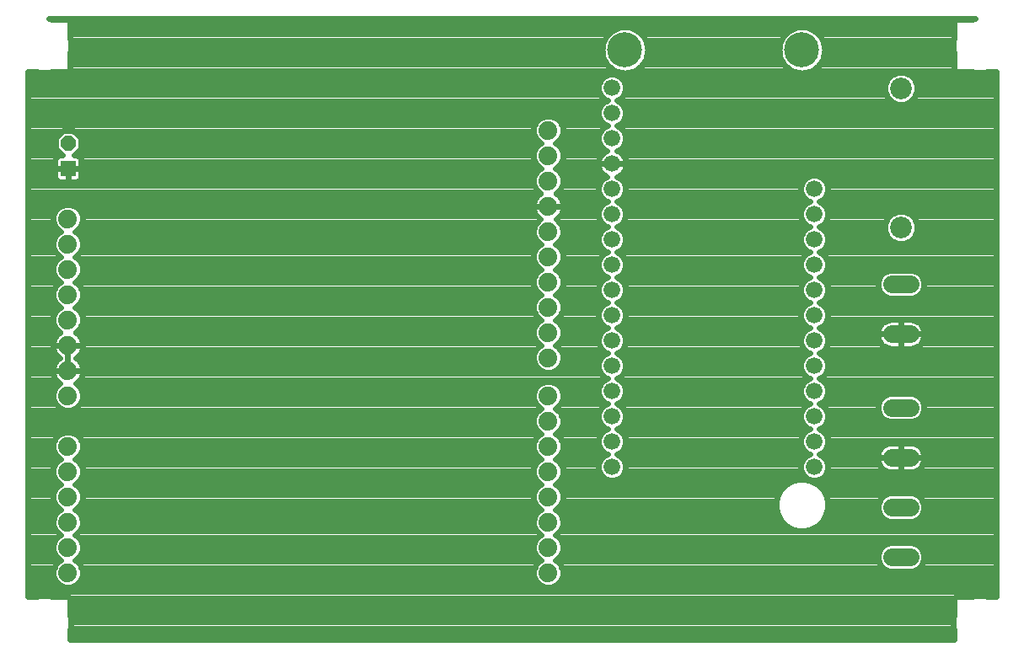
<source format=gbl>
G75*
%MOIN*%
%OFA0B0*%
%FSLAX25Y25*%
%IPPOS*%
%LPD*%
%AMOC8*
5,1,8,0,0,1.08239X$1,22.5*
%
%ADD10C,0.13843*%
%ADD11C,0.06600*%
%ADD12C,0.07400*%
%ADD13C,0.07050*%
%ADD14R,0.06000X0.06000*%
%ADD15OC8,0.06000*%
%ADD16C,0.08600*%
%ADD17C,0.02400*%
%ADD18C,0.01000*%
D10*
X0243657Y0240586D03*
X0313657Y0240586D03*
D11*
X0318657Y0185586D03*
X0318657Y0175586D03*
X0318657Y0165586D03*
X0318657Y0155586D03*
X0318657Y0145586D03*
X0318657Y0135586D03*
X0318657Y0125586D03*
X0318657Y0115586D03*
X0318657Y0105586D03*
X0318657Y0095586D03*
X0318657Y0085586D03*
X0318657Y0075586D03*
X0238657Y0075586D03*
X0238657Y0085586D03*
X0238657Y0095586D03*
X0238657Y0105586D03*
X0238657Y0115586D03*
X0238657Y0125586D03*
X0238657Y0135586D03*
X0238657Y0145586D03*
X0238657Y0155586D03*
X0238657Y0165586D03*
X0238657Y0175586D03*
X0238657Y0185586D03*
X0238657Y0195586D03*
X0238657Y0205586D03*
X0238657Y0215586D03*
X0238657Y0225586D03*
D12*
X0213381Y0208735D03*
X0213381Y0198735D03*
X0213381Y0188735D03*
X0213381Y0178735D03*
X0213381Y0168735D03*
X0213381Y0158735D03*
X0213381Y0148735D03*
X0213381Y0138735D03*
X0213381Y0128735D03*
X0213381Y0118735D03*
X0213381Y0103735D03*
X0213381Y0093735D03*
X0213381Y0083735D03*
X0213381Y0073735D03*
X0213381Y0063735D03*
X0213381Y0053735D03*
X0213381Y0043735D03*
X0213381Y0033735D03*
X0023381Y0033735D03*
X0023381Y0043735D03*
X0023381Y0053735D03*
X0023381Y0063735D03*
X0023381Y0073735D03*
X0023381Y0083735D03*
X0023381Y0103735D03*
X0023381Y0113735D03*
X0023381Y0123735D03*
X0023381Y0133735D03*
X0023381Y0143735D03*
X0023381Y0153735D03*
X0023381Y0163735D03*
X0023381Y0173735D03*
D13*
X0349344Y0147869D02*
X0356394Y0147869D01*
X0356394Y0128184D02*
X0349344Y0128184D01*
X0349344Y0099050D02*
X0356394Y0099050D01*
X0356394Y0079365D02*
X0349344Y0079365D01*
X0349344Y0059680D02*
X0356394Y0059680D01*
X0356394Y0039995D02*
X0349344Y0039995D01*
D14*
X0023460Y0193657D03*
D15*
X0023460Y0203657D03*
D16*
X0352889Y0225428D03*
X0352889Y0170310D03*
D17*
X0373890Y0007400D02*
X0024211Y0007400D01*
X0024211Y0010736D01*
X0024711Y0012602D01*
X0024711Y0015420D01*
X0024211Y0017286D01*
X0024211Y0023508D01*
X0023508Y0024211D01*
X0017286Y0024211D01*
X0015420Y0024711D01*
X0012602Y0024711D01*
X0010736Y0024211D01*
X0007400Y0024211D01*
X0007400Y0232157D01*
X0010736Y0232157D01*
X0012602Y0231657D01*
X0015420Y0231657D01*
X0017286Y0232157D01*
X0023508Y0232157D01*
X0024211Y0232860D01*
X0024211Y0239083D01*
X0024711Y0240949D01*
X0024711Y0243766D01*
X0024211Y0245632D01*
X0024211Y0251855D01*
X0023508Y0252557D01*
X0017286Y0252557D01*
X0015987Y0252906D01*
X0382114Y0252906D01*
X0380815Y0252557D01*
X0374593Y0252557D01*
X0373890Y0251855D01*
X0373890Y0245632D01*
X0373390Y0243766D01*
X0373390Y0240949D01*
X0373890Y0239083D01*
X0373890Y0232860D01*
X0374593Y0232157D01*
X0380815Y0232157D01*
X0382681Y0231657D01*
X0385498Y0231657D01*
X0387364Y0232157D01*
X0390701Y0232157D01*
X0390701Y0024211D01*
X0387364Y0024211D01*
X0385498Y0024711D01*
X0382681Y0024711D01*
X0380815Y0024211D01*
X0374593Y0024211D01*
X0373890Y0023508D01*
X0373890Y0017286D01*
X0373390Y0015420D01*
X0373390Y0012602D01*
X0373890Y0010736D01*
X0373890Y0007400D01*
X0373890Y0009396D02*
X0024211Y0009396D01*
X0024494Y0011794D02*
X0373606Y0011794D01*
X0373390Y0014193D02*
X0024711Y0014193D01*
X0024397Y0016591D02*
X0373704Y0016591D01*
X0373890Y0018990D02*
X0024211Y0018990D01*
X0024211Y0021388D02*
X0373890Y0021388D01*
X0374168Y0023787D02*
X0023932Y0023787D01*
X0024515Y0028035D02*
X0022247Y0028035D01*
X0020152Y0028903D01*
X0018549Y0030507D01*
X0017681Y0032602D01*
X0017681Y0034869D01*
X0018549Y0036964D01*
X0020152Y0038568D01*
X0020557Y0038735D01*
X0020152Y0038903D01*
X0018549Y0040507D01*
X0017681Y0042602D01*
X0017681Y0044869D01*
X0018549Y0046964D01*
X0020152Y0048568D01*
X0020557Y0048735D01*
X0020152Y0048903D01*
X0018549Y0050507D01*
X0017681Y0052602D01*
X0017681Y0054869D01*
X0018549Y0056964D01*
X0020152Y0058568D01*
X0020557Y0058735D01*
X0020152Y0058903D01*
X0018549Y0060507D01*
X0017681Y0062602D01*
X0017681Y0064869D01*
X0018549Y0066964D01*
X0020152Y0068568D01*
X0020557Y0068735D01*
X0020152Y0068903D01*
X0018549Y0070507D01*
X0017681Y0072602D01*
X0017681Y0074869D01*
X0018549Y0076964D01*
X0020152Y0078568D01*
X0020557Y0078735D01*
X0020152Y0078903D01*
X0018549Y0080507D01*
X0017681Y0082602D01*
X0017681Y0084869D01*
X0018549Y0086964D01*
X0020152Y0088568D01*
X0022247Y0089435D01*
X0024515Y0089435D01*
X0026610Y0088568D01*
X0028213Y0086964D01*
X0029081Y0084869D01*
X0029081Y0082602D01*
X0028213Y0080507D01*
X0026610Y0078903D01*
X0026205Y0078735D01*
X0026610Y0078568D01*
X0028213Y0076964D01*
X0029081Y0074869D01*
X0029081Y0072602D01*
X0028213Y0070507D01*
X0026610Y0068903D01*
X0026205Y0068735D01*
X0026610Y0068568D01*
X0028213Y0066964D01*
X0029081Y0064869D01*
X0029081Y0062602D01*
X0028213Y0060507D01*
X0026610Y0058903D01*
X0026205Y0058735D01*
X0026610Y0058568D01*
X0028213Y0056964D01*
X0029081Y0054869D01*
X0029081Y0052602D01*
X0028213Y0050507D01*
X0026610Y0048903D01*
X0026205Y0048735D01*
X0026610Y0048568D01*
X0028213Y0046964D01*
X0029081Y0044869D01*
X0029081Y0042602D01*
X0028213Y0040507D01*
X0026610Y0038903D01*
X0026205Y0038735D01*
X0026610Y0038568D01*
X0028213Y0036964D01*
X0029081Y0034869D01*
X0029081Y0032602D01*
X0028213Y0030507D01*
X0026610Y0028903D01*
X0024515Y0028035D01*
X0025838Y0028584D02*
X0210924Y0028584D01*
X0210152Y0028903D02*
X0212247Y0028035D01*
X0214515Y0028035D01*
X0216610Y0028903D01*
X0218213Y0030507D01*
X0219081Y0032602D01*
X0219081Y0034869D01*
X0218213Y0036964D01*
X0216610Y0038568D01*
X0216205Y0038735D01*
X0216610Y0038903D01*
X0218213Y0040507D01*
X0219081Y0042602D01*
X0219081Y0044869D01*
X0218213Y0046964D01*
X0216610Y0048568D01*
X0216205Y0048735D01*
X0216610Y0048903D01*
X0218213Y0050507D01*
X0219081Y0052602D01*
X0219081Y0054869D01*
X0218213Y0056964D01*
X0216610Y0058568D01*
X0216205Y0058735D01*
X0216610Y0058903D01*
X0218213Y0060507D01*
X0219081Y0062602D01*
X0219081Y0064869D01*
X0218213Y0066964D01*
X0216610Y0068568D01*
X0216205Y0068735D01*
X0216610Y0068903D01*
X0218213Y0070507D01*
X0219081Y0072602D01*
X0219081Y0074869D01*
X0218213Y0076964D01*
X0216610Y0078568D01*
X0216205Y0078735D01*
X0216610Y0078903D01*
X0218213Y0080507D01*
X0219081Y0082602D01*
X0219081Y0084869D01*
X0218213Y0086964D01*
X0216610Y0088568D01*
X0216205Y0088735D01*
X0216610Y0088903D01*
X0218213Y0090507D01*
X0219081Y0092602D01*
X0219081Y0094869D01*
X0218213Y0096964D01*
X0216610Y0098568D01*
X0216205Y0098735D01*
X0216610Y0098903D01*
X0218213Y0100507D01*
X0219081Y0102602D01*
X0219081Y0104869D01*
X0218213Y0106964D01*
X0216610Y0108568D01*
X0214515Y0109435D01*
X0212247Y0109435D01*
X0210152Y0108568D01*
X0208549Y0106964D01*
X0207681Y0104869D01*
X0207681Y0102602D01*
X0208549Y0100507D01*
X0210152Y0098903D01*
X0210557Y0098735D01*
X0210152Y0098568D01*
X0208549Y0096964D01*
X0207681Y0094869D01*
X0207681Y0092602D01*
X0208549Y0090507D01*
X0210152Y0088903D01*
X0210557Y0088735D01*
X0210152Y0088568D01*
X0208549Y0086964D01*
X0207681Y0084869D01*
X0207681Y0082602D01*
X0208549Y0080507D01*
X0210152Y0078903D01*
X0210557Y0078735D01*
X0210152Y0078568D01*
X0208549Y0076964D01*
X0207681Y0074869D01*
X0207681Y0072602D01*
X0208549Y0070507D01*
X0210152Y0068903D01*
X0210557Y0068735D01*
X0210152Y0068568D01*
X0208549Y0066964D01*
X0207681Y0064869D01*
X0207681Y0062602D01*
X0208549Y0060507D01*
X0210152Y0058903D01*
X0210557Y0058735D01*
X0210152Y0058568D01*
X0208549Y0056964D01*
X0207681Y0054869D01*
X0207681Y0052602D01*
X0208549Y0050507D01*
X0210152Y0048903D01*
X0210557Y0048735D01*
X0210152Y0048568D01*
X0208549Y0046964D01*
X0207681Y0044869D01*
X0207681Y0042602D01*
X0208549Y0040507D01*
X0210152Y0038903D01*
X0210557Y0038735D01*
X0210152Y0038568D01*
X0208549Y0036964D01*
X0207681Y0034869D01*
X0207681Y0032602D01*
X0208549Y0030507D01*
X0210152Y0028903D01*
X0208352Y0030982D02*
X0028410Y0030982D01*
X0029081Y0033381D02*
X0207681Y0033381D01*
X0208058Y0035779D02*
X0028704Y0035779D01*
X0027000Y0038178D02*
X0209762Y0038178D01*
X0208520Y0040576D02*
X0028242Y0040576D01*
X0029081Y0042975D02*
X0207681Y0042975D01*
X0207890Y0045373D02*
X0028872Y0045373D01*
X0027406Y0047772D02*
X0209356Y0047772D01*
X0208885Y0050170D02*
X0027877Y0050170D01*
X0029067Y0052569D02*
X0207695Y0052569D01*
X0207722Y0054967D02*
X0029040Y0054967D01*
X0027812Y0057366D02*
X0208950Y0057366D01*
X0209291Y0059764D02*
X0027471Y0059764D01*
X0028899Y0062163D02*
X0207863Y0062163D01*
X0207681Y0064561D02*
X0029081Y0064561D01*
X0028215Y0066960D02*
X0208547Y0066960D01*
X0209697Y0069358D02*
X0027065Y0069358D01*
X0028731Y0071757D02*
X0208031Y0071757D01*
X0207681Y0074155D02*
X0029081Y0074155D01*
X0028383Y0076554D02*
X0208379Y0076554D01*
X0210103Y0078952D02*
X0026659Y0078952D01*
X0028563Y0081351D02*
X0208199Y0081351D01*
X0207681Y0083749D02*
X0029081Y0083749D01*
X0028551Y0086148D02*
X0208211Y0086148D01*
X0210131Y0088546D02*
X0026631Y0088546D01*
X0020131Y0088546D02*
X0007400Y0088546D01*
X0007400Y0086148D02*
X0018211Y0086148D01*
X0017681Y0083749D02*
X0007400Y0083749D01*
X0007400Y0081351D02*
X0018199Y0081351D01*
X0020103Y0078952D02*
X0007400Y0078952D01*
X0007400Y0076554D02*
X0018379Y0076554D01*
X0017681Y0074155D02*
X0007400Y0074155D01*
X0007400Y0071757D02*
X0018031Y0071757D01*
X0019697Y0069358D02*
X0007400Y0069358D01*
X0007400Y0066960D02*
X0018547Y0066960D01*
X0017681Y0064561D02*
X0007400Y0064561D01*
X0007400Y0062163D02*
X0017863Y0062163D01*
X0019291Y0059764D02*
X0007400Y0059764D01*
X0007400Y0057366D02*
X0018950Y0057366D01*
X0017722Y0054967D02*
X0007400Y0054967D01*
X0007400Y0052569D02*
X0017695Y0052569D01*
X0018885Y0050170D02*
X0007400Y0050170D01*
X0007400Y0047772D02*
X0019356Y0047772D01*
X0017890Y0045373D02*
X0007400Y0045373D01*
X0007400Y0042975D02*
X0017681Y0042975D01*
X0018520Y0040576D02*
X0007400Y0040576D01*
X0007400Y0038178D02*
X0019762Y0038178D01*
X0018058Y0035779D02*
X0007400Y0035779D01*
X0007400Y0033381D02*
X0017681Y0033381D01*
X0018352Y0030982D02*
X0007400Y0030982D01*
X0007400Y0028584D02*
X0020924Y0028584D01*
X0007400Y0026185D02*
X0390701Y0026185D01*
X0390701Y0028584D02*
X0215838Y0028584D01*
X0218410Y0030982D02*
X0390701Y0030982D01*
X0390701Y0033381D02*
X0219081Y0033381D01*
X0218704Y0035779D02*
X0345747Y0035779D01*
X0346215Y0035311D02*
X0348245Y0034470D01*
X0357493Y0034470D01*
X0359524Y0035311D01*
X0361078Y0036866D01*
X0361919Y0038896D01*
X0361919Y0041094D01*
X0361078Y0043125D01*
X0359524Y0044679D01*
X0357493Y0045520D01*
X0348245Y0045520D01*
X0346215Y0044679D01*
X0344660Y0043125D01*
X0343819Y0041094D01*
X0343819Y0038896D01*
X0344660Y0036866D01*
X0346215Y0035311D01*
X0344117Y0038178D02*
X0217000Y0038178D01*
X0218242Y0040576D02*
X0343819Y0040576D01*
X0344598Y0042975D02*
X0219081Y0042975D01*
X0218872Y0045373D02*
X0347890Y0045373D01*
X0357848Y0045373D02*
X0390701Y0045373D01*
X0390701Y0042975D02*
X0361140Y0042975D01*
X0361919Y0040576D02*
X0390701Y0040576D01*
X0390701Y0038178D02*
X0361622Y0038178D01*
X0359992Y0035779D02*
X0390701Y0035779D01*
X0390701Y0047772D02*
X0217406Y0047772D01*
X0217877Y0050170D02*
X0390701Y0050170D01*
X0390701Y0052569D02*
X0320065Y0052569D01*
X0319920Y0052424D02*
X0321819Y0054323D01*
X0323162Y0056649D01*
X0323857Y0059243D01*
X0323857Y0061929D01*
X0323162Y0064523D01*
X0321819Y0066849D01*
X0319920Y0068748D01*
X0317594Y0070091D01*
X0315000Y0070786D01*
X0312314Y0070786D01*
X0309720Y0070091D01*
X0307394Y0068748D01*
X0305495Y0066849D01*
X0304152Y0064523D01*
X0303457Y0061929D01*
X0303457Y0059243D01*
X0304152Y0056649D01*
X0305495Y0054323D01*
X0307394Y0052424D01*
X0309720Y0051081D01*
X0312314Y0050386D01*
X0315000Y0050386D01*
X0317594Y0051081D01*
X0319920Y0052424D01*
X0322191Y0054967D02*
X0346285Y0054967D01*
X0346215Y0054996D02*
X0348245Y0054155D01*
X0357493Y0054155D01*
X0359524Y0054996D01*
X0361078Y0056551D01*
X0361919Y0058581D01*
X0361919Y0060779D01*
X0361078Y0062810D01*
X0359524Y0064364D01*
X0357493Y0065205D01*
X0348245Y0065205D01*
X0346215Y0064364D01*
X0344660Y0062810D01*
X0343819Y0060779D01*
X0343819Y0058581D01*
X0344660Y0056551D01*
X0346215Y0054996D01*
X0344323Y0057366D02*
X0323354Y0057366D01*
X0323857Y0059764D02*
X0343819Y0059764D01*
X0344392Y0062163D02*
X0323794Y0062163D01*
X0323139Y0064561D02*
X0346691Y0064561D01*
X0348004Y0073781D02*
X0348894Y0073640D01*
X0352869Y0073640D01*
X0352869Y0079365D01*
X0352869Y0079365D01*
X0343619Y0079365D01*
X0343619Y0078915D01*
X0343760Y0078025D01*
X0344039Y0077168D01*
X0344448Y0076365D01*
X0344977Y0075636D01*
X0345615Y0074999D01*
X0346344Y0074469D01*
X0347147Y0074060D01*
X0348004Y0073781D01*
X0346959Y0074155D02*
X0323801Y0074155D01*
X0323957Y0074532D02*
X0323957Y0076640D01*
X0323150Y0078588D01*
X0321659Y0080079D01*
X0320435Y0080586D01*
X0321659Y0081093D01*
X0323150Y0082584D01*
X0323957Y0084532D01*
X0323957Y0086640D01*
X0323150Y0088588D01*
X0321659Y0090079D01*
X0320435Y0090586D01*
X0321659Y0091093D01*
X0323150Y0092584D01*
X0323957Y0094532D01*
X0323957Y0096640D01*
X0323150Y0098588D01*
X0321659Y0100079D01*
X0320435Y0100586D01*
X0321659Y0101093D01*
X0323150Y0102584D01*
X0323957Y0104532D01*
X0323957Y0106640D01*
X0323150Y0108588D01*
X0321659Y0110079D01*
X0320435Y0110586D01*
X0321659Y0111093D01*
X0323150Y0112584D01*
X0323957Y0114532D01*
X0323957Y0116640D01*
X0323150Y0118588D01*
X0321659Y0120079D01*
X0320435Y0120586D01*
X0321659Y0121093D01*
X0323150Y0122584D01*
X0323957Y0124532D01*
X0323957Y0126640D01*
X0323150Y0128588D01*
X0321659Y0130079D01*
X0320435Y0130586D01*
X0321659Y0131093D01*
X0323150Y0132584D01*
X0323957Y0134532D01*
X0323957Y0136640D01*
X0323150Y0138588D01*
X0321659Y0140079D01*
X0320435Y0140586D01*
X0321659Y0141093D01*
X0323150Y0142584D01*
X0323957Y0144532D01*
X0323957Y0146640D01*
X0323150Y0148588D01*
X0321659Y0150079D01*
X0320435Y0150586D01*
X0321659Y0151093D01*
X0323150Y0152584D01*
X0323957Y0154532D01*
X0323957Y0156640D01*
X0323150Y0158588D01*
X0321659Y0160079D01*
X0320435Y0160586D01*
X0321659Y0161093D01*
X0323150Y0162584D01*
X0323957Y0164532D01*
X0323957Y0166640D01*
X0323150Y0168588D01*
X0321659Y0170079D01*
X0320435Y0170586D01*
X0321659Y0171093D01*
X0323150Y0172584D01*
X0323957Y0174532D01*
X0323957Y0176640D01*
X0323150Y0178588D01*
X0321659Y0180079D01*
X0320435Y0180586D01*
X0321659Y0181093D01*
X0323150Y0182584D01*
X0323957Y0184532D01*
X0323957Y0186640D01*
X0323150Y0188588D01*
X0321659Y0190079D01*
X0319711Y0190886D01*
X0317602Y0190886D01*
X0315654Y0190079D01*
X0314164Y0188588D01*
X0313357Y0186640D01*
X0313357Y0184532D01*
X0314164Y0182584D01*
X0315654Y0181093D01*
X0316878Y0180586D01*
X0315654Y0180079D01*
X0314164Y0178588D01*
X0313357Y0176640D01*
X0313357Y0174532D01*
X0314164Y0172584D01*
X0315654Y0171093D01*
X0316878Y0170586D01*
X0315654Y0170079D01*
X0314164Y0168588D01*
X0313357Y0166640D01*
X0313357Y0164532D01*
X0314164Y0162584D01*
X0315654Y0161093D01*
X0316878Y0160586D01*
X0315654Y0160079D01*
X0314164Y0158588D01*
X0313357Y0156640D01*
X0313357Y0154532D01*
X0314164Y0152584D01*
X0315654Y0151093D01*
X0316878Y0150586D01*
X0315654Y0150079D01*
X0314164Y0148588D01*
X0313357Y0146640D01*
X0313357Y0144532D01*
X0314164Y0142584D01*
X0315654Y0141093D01*
X0316878Y0140586D01*
X0315654Y0140079D01*
X0314164Y0138588D01*
X0313357Y0136640D01*
X0313357Y0134532D01*
X0314164Y0132584D01*
X0315654Y0131093D01*
X0316878Y0130586D01*
X0315654Y0130079D01*
X0314164Y0128588D01*
X0313357Y0126640D01*
X0313357Y0124532D01*
X0314164Y0122584D01*
X0315654Y0121093D01*
X0316878Y0120586D01*
X0315654Y0120079D01*
X0314164Y0118588D01*
X0313357Y0116640D01*
X0313357Y0114532D01*
X0314164Y0112584D01*
X0315654Y0111093D01*
X0316878Y0110586D01*
X0315654Y0110079D01*
X0314164Y0108588D01*
X0313357Y0106640D01*
X0313357Y0104532D01*
X0314164Y0102584D01*
X0315654Y0101093D01*
X0316878Y0100586D01*
X0315654Y0100079D01*
X0314164Y0098588D01*
X0313357Y0096640D01*
X0313357Y0094532D01*
X0314164Y0092584D01*
X0315654Y0091093D01*
X0316878Y0090586D01*
X0315654Y0090079D01*
X0314164Y0088588D01*
X0313357Y0086640D01*
X0313357Y0084532D01*
X0314164Y0082584D01*
X0315654Y0081093D01*
X0316878Y0080586D01*
X0315654Y0080079D01*
X0314164Y0078588D01*
X0313357Y0076640D01*
X0313357Y0074532D01*
X0314164Y0072584D01*
X0315654Y0071093D01*
X0317602Y0070286D01*
X0319711Y0070286D01*
X0321659Y0071093D01*
X0323150Y0072584D01*
X0323957Y0074532D01*
X0323957Y0076554D02*
X0344352Y0076554D01*
X0343619Y0078952D02*
X0322785Y0078952D01*
X0321917Y0081351D02*
X0343970Y0081351D01*
X0344039Y0081563D02*
X0343760Y0080706D01*
X0343619Y0079816D01*
X0343619Y0079365D01*
X0352869Y0079365D01*
X0352869Y0079365D01*
X0352869Y0073640D01*
X0356845Y0073640D01*
X0357735Y0073781D01*
X0358592Y0074060D01*
X0359395Y0074469D01*
X0360124Y0074999D01*
X0360761Y0075636D01*
X0361291Y0076365D01*
X0361700Y0077168D01*
X0361978Y0078025D01*
X0362119Y0078915D01*
X0362119Y0079365D01*
X0352869Y0079365D01*
X0352869Y0079365D01*
X0352869Y0085090D01*
X0348894Y0085090D01*
X0348004Y0084949D01*
X0347147Y0084671D01*
X0346344Y0084262D01*
X0345615Y0083732D01*
X0344977Y0083095D01*
X0344448Y0082366D01*
X0344039Y0081563D01*
X0345638Y0083749D02*
X0323633Y0083749D01*
X0323957Y0086148D02*
X0390701Y0086148D01*
X0390701Y0088546D02*
X0323167Y0088546D01*
X0321302Y0090945D02*
X0390701Y0090945D01*
X0390701Y0093343D02*
X0323465Y0093343D01*
X0323957Y0095742D02*
X0344839Y0095742D01*
X0344660Y0095921D02*
X0346215Y0094367D01*
X0348245Y0093525D01*
X0357493Y0093525D01*
X0359524Y0094367D01*
X0361078Y0095921D01*
X0361919Y0097951D01*
X0361919Y0100149D01*
X0361078Y0102180D01*
X0359524Y0103734D01*
X0357493Y0104575D01*
X0348245Y0104575D01*
X0346215Y0103734D01*
X0344660Y0102180D01*
X0343819Y0100149D01*
X0343819Y0097951D01*
X0344660Y0095921D01*
X0343819Y0098140D02*
X0323335Y0098140D01*
X0320548Y0100539D02*
X0343981Y0100539D01*
X0345418Y0102937D02*
X0323296Y0102937D01*
X0323957Y0105336D02*
X0390701Y0105336D01*
X0390701Y0107734D02*
X0323503Y0107734D01*
X0321528Y0110133D02*
X0390701Y0110133D01*
X0390701Y0112532D02*
X0323098Y0112532D01*
X0323957Y0114930D02*
X0390701Y0114930D01*
X0390701Y0117329D02*
X0323672Y0117329D01*
X0322011Y0119727D02*
X0390701Y0119727D01*
X0390701Y0122126D02*
X0322692Y0122126D01*
X0323954Y0124524D02*
X0344927Y0124524D01*
X0344977Y0124455D02*
X0344448Y0125184D01*
X0344039Y0125987D01*
X0343760Y0126844D01*
X0343619Y0127734D01*
X0343619Y0128184D01*
X0352869Y0128184D01*
X0352869Y0128184D01*
X0352869Y0128184D01*
X0352869Y0122459D01*
X0348894Y0122459D01*
X0348004Y0122600D01*
X0347147Y0122879D01*
X0346344Y0123288D01*
X0345615Y0123817D01*
X0344977Y0124455D01*
X0343748Y0126923D02*
X0323840Y0126923D01*
X0322417Y0129321D02*
X0343728Y0129321D01*
X0343760Y0129525D02*
X0343619Y0128635D01*
X0343619Y0128184D01*
X0352869Y0128184D01*
X0352869Y0122459D01*
X0356845Y0122459D01*
X0357735Y0122600D01*
X0358592Y0122879D01*
X0359395Y0123288D01*
X0360124Y0123817D01*
X0360761Y0124455D01*
X0361291Y0125184D01*
X0361700Y0125987D01*
X0361978Y0126844D01*
X0362119Y0127734D01*
X0362119Y0128184D01*
X0352869Y0128184D01*
X0352869Y0133909D01*
X0348894Y0133909D01*
X0348004Y0133768D01*
X0347147Y0133490D01*
X0346344Y0133081D01*
X0345615Y0132551D01*
X0344977Y0131914D01*
X0344448Y0131185D01*
X0344039Y0130382D01*
X0343760Y0129525D01*
X0344836Y0131720D02*
X0322286Y0131720D01*
X0323785Y0134118D02*
X0390701Y0134118D01*
X0390701Y0131720D02*
X0360902Y0131720D01*
X0360761Y0131914D02*
X0360124Y0132551D01*
X0359395Y0133081D01*
X0358592Y0133490D01*
X0357735Y0133768D01*
X0356845Y0133909D01*
X0352869Y0133909D01*
X0352869Y0128184D01*
X0352869Y0128184D01*
X0352869Y0128184D01*
X0362119Y0128184D01*
X0362119Y0128635D01*
X0361978Y0129525D01*
X0361700Y0130382D01*
X0361291Y0131185D01*
X0360761Y0131914D01*
X0362011Y0129321D02*
X0390701Y0129321D01*
X0390701Y0126923D02*
X0361991Y0126923D01*
X0360812Y0124524D02*
X0390701Y0124524D01*
X0390701Y0136517D02*
X0323957Y0136517D01*
X0322823Y0138915D02*
X0390701Y0138915D01*
X0390701Y0141314D02*
X0321880Y0141314D01*
X0323617Y0143712D02*
X0345688Y0143712D01*
X0346215Y0143185D02*
X0348245Y0142344D01*
X0357493Y0142344D01*
X0359524Y0143185D01*
X0361078Y0144740D01*
X0361919Y0146770D01*
X0361919Y0148968D01*
X0361078Y0150999D01*
X0359524Y0152553D01*
X0357493Y0153394D01*
X0348245Y0153394D01*
X0346215Y0152553D01*
X0344660Y0150999D01*
X0343819Y0148968D01*
X0343819Y0146770D01*
X0344660Y0144740D01*
X0346215Y0143185D01*
X0344093Y0146111D02*
X0323957Y0146111D01*
X0323182Y0148509D02*
X0343819Y0148509D01*
X0344623Y0150908D02*
X0321212Y0150908D01*
X0323449Y0153306D02*
X0348033Y0153306D01*
X0357706Y0153306D02*
X0390701Y0153306D01*
X0390701Y0150908D02*
X0361116Y0150908D01*
X0361919Y0148509D02*
X0390701Y0148509D01*
X0390701Y0146111D02*
X0361646Y0146111D01*
X0360051Y0143712D02*
X0390701Y0143712D01*
X0390701Y0155705D02*
X0323957Y0155705D01*
X0323351Y0158103D02*
X0390701Y0158103D01*
X0390701Y0160502D02*
X0320638Y0160502D01*
X0323281Y0162900D02*
X0390701Y0162900D01*
X0390701Y0165299D02*
X0356787Y0165299D01*
X0356458Y0164969D02*
X0358230Y0166742D01*
X0359189Y0169057D01*
X0359189Y0171563D01*
X0358230Y0173879D01*
X0356458Y0175651D01*
X0354142Y0176610D01*
X0351636Y0176610D01*
X0349320Y0175651D01*
X0347548Y0173879D01*
X0346589Y0171563D01*
X0346589Y0169057D01*
X0347548Y0166742D01*
X0349320Y0164969D01*
X0351636Y0164010D01*
X0354142Y0164010D01*
X0356458Y0164969D01*
X0358626Y0167697D02*
X0390701Y0167697D01*
X0390701Y0170096D02*
X0359189Y0170096D01*
X0358803Y0172494D02*
X0390701Y0172494D01*
X0390701Y0174893D02*
X0357216Y0174893D01*
X0348562Y0174893D02*
X0323957Y0174893D01*
X0323687Y0177291D02*
X0390701Y0177291D01*
X0390701Y0179690D02*
X0322048Y0179690D01*
X0322655Y0182088D02*
X0390701Y0182088D01*
X0390701Y0184487D02*
X0323938Y0184487D01*
X0323855Y0186885D02*
X0390701Y0186885D01*
X0390701Y0189284D02*
X0322454Y0189284D01*
X0314859Y0189284D02*
X0242454Y0189284D01*
X0243150Y0188588D02*
X0241659Y0190079D01*
X0240713Y0190471D01*
X0240768Y0190489D01*
X0241539Y0190882D01*
X0242240Y0191391D01*
X0242852Y0192003D01*
X0243361Y0192703D01*
X0243754Y0193475D01*
X0244021Y0194298D01*
X0244157Y0195153D01*
X0244157Y0195586D01*
X0244157Y0196019D01*
X0244021Y0196874D01*
X0243754Y0197697D01*
X0243361Y0198468D01*
X0242852Y0199169D01*
X0242240Y0199781D01*
X0241539Y0200290D01*
X0240768Y0200683D01*
X0240713Y0200701D01*
X0241659Y0201093D01*
X0243150Y0202584D01*
X0243957Y0204532D01*
X0243957Y0206640D01*
X0243150Y0208588D01*
X0241659Y0210079D01*
X0240435Y0210586D01*
X0241659Y0211093D01*
X0243150Y0212584D01*
X0243957Y0214532D01*
X0243957Y0216640D01*
X0243150Y0218588D01*
X0241659Y0220079D01*
X0240435Y0220586D01*
X0241659Y0221093D01*
X0243150Y0222584D01*
X0243957Y0224532D01*
X0243957Y0226640D01*
X0243150Y0228588D01*
X0241659Y0230079D01*
X0239711Y0230886D01*
X0237602Y0230886D01*
X0235654Y0230079D01*
X0234164Y0228588D01*
X0233357Y0226640D01*
X0233357Y0224532D01*
X0234164Y0222584D01*
X0235654Y0221093D01*
X0236878Y0220586D01*
X0235654Y0220079D01*
X0234164Y0218588D01*
X0233357Y0216640D01*
X0233357Y0214532D01*
X0234164Y0212584D01*
X0235654Y0211093D01*
X0236878Y0210586D01*
X0235654Y0210079D01*
X0234164Y0208588D01*
X0233357Y0206640D01*
X0233357Y0204532D01*
X0234164Y0202584D01*
X0235654Y0201093D01*
X0236601Y0200701D01*
X0236545Y0200683D01*
X0235774Y0200290D01*
X0235074Y0199781D01*
X0234462Y0199169D01*
X0233953Y0198468D01*
X0233560Y0197697D01*
X0233292Y0196874D01*
X0233157Y0196019D01*
X0233157Y0195586D01*
X0238657Y0195586D01*
X0244157Y0195586D01*
X0238657Y0195586D01*
X0238657Y0195586D01*
X0238657Y0195586D01*
X0233157Y0195586D01*
X0233157Y0195153D01*
X0233292Y0194298D01*
X0233560Y0193475D01*
X0233953Y0192703D01*
X0234462Y0192003D01*
X0235074Y0191391D01*
X0235774Y0190882D01*
X0236545Y0190489D01*
X0236601Y0190471D01*
X0235654Y0190079D01*
X0234164Y0188588D01*
X0233357Y0186640D01*
X0233357Y0184532D01*
X0234164Y0182584D01*
X0235654Y0181093D01*
X0236878Y0180586D01*
X0235654Y0180079D01*
X0234164Y0178588D01*
X0233357Y0176640D01*
X0233357Y0174532D01*
X0234164Y0172584D01*
X0235654Y0171093D01*
X0236878Y0170586D01*
X0235654Y0170079D01*
X0234164Y0168588D01*
X0233357Y0166640D01*
X0233357Y0164532D01*
X0234164Y0162584D01*
X0235654Y0161093D01*
X0236878Y0160586D01*
X0235654Y0160079D01*
X0234164Y0158588D01*
X0233357Y0156640D01*
X0233357Y0154532D01*
X0234164Y0152584D01*
X0235654Y0151093D01*
X0236878Y0150586D01*
X0235654Y0150079D01*
X0234164Y0148588D01*
X0233357Y0146640D01*
X0233357Y0144532D01*
X0234164Y0142584D01*
X0235654Y0141093D01*
X0236878Y0140586D01*
X0235654Y0140079D01*
X0234164Y0138588D01*
X0233357Y0136640D01*
X0233357Y0134532D01*
X0234164Y0132584D01*
X0235654Y0131093D01*
X0236878Y0130586D01*
X0235654Y0130079D01*
X0234164Y0128588D01*
X0233357Y0126640D01*
X0233357Y0124532D01*
X0234164Y0122584D01*
X0235654Y0121093D01*
X0236878Y0120586D01*
X0235654Y0120079D01*
X0234164Y0118588D01*
X0233357Y0116640D01*
X0233357Y0114532D01*
X0234164Y0112584D01*
X0235654Y0111093D01*
X0236878Y0110586D01*
X0235654Y0110079D01*
X0234164Y0108588D01*
X0233357Y0106640D01*
X0233357Y0104532D01*
X0234164Y0102584D01*
X0235654Y0101093D01*
X0236878Y0100586D01*
X0235654Y0100079D01*
X0234164Y0098588D01*
X0233357Y0096640D01*
X0233357Y0094532D01*
X0234164Y0092584D01*
X0235654Y0091093D01*
X0236878Y0090586D01*
X0235654Y0090079D01*
X0234164Y0088588D01*
X0233357Y0086640D01*
X0233357Y0084532D01*
X0234164Y0082584D01*
X0235654Y0081093D01*
X0236878Y0080586D01*
X0235654Y0080079D01*
X0234164Y0078588D01*
X0233357Y0076640D01*
X0233357Y0074532D01*
X0234164Y0072584D01*
X0235654Y0071093D01*
X0237602Y0070286D01*
X0239711Y0070286D01*
X0241659Y0071093D01*
X0243150Y0072584D01*
X0243957Y0074532D01*
X0243957Y0076640D01*
X0243150Y0078588D01*
X0241659Y0080079D01*
X0240435Y0080586D01*
X0241659Y0081093D01*
X0243150Y0082584D01*
X0243957Y0084532D01*
X0243957Y0086640D01*
X0243150Y0088588D01*
X0241659Y0090079D01*
X0240435Y0090586D01*
X0241659Y0091093D01*
X0243150Y0092584D01*
X0243957Y0094532D01*
X0243957Y0096640D01*
X0243150Y0098588D01*
X0241659Y0100079D01*
X0240435Y0100586D01*
X0241659Y0101093D01*
X0243150Y0102584D01*
X0243957Y0104532D01*
X0243957Y0106640D01*
X0243150Y0108588D01*
X0241659Y0110079D01*
X0240435Y0110586D01*
X0241659Y0111093D01*
X0243150Y0112584D01*
X0243957Y0114532D01*
X0243957Y0116640D01*
X0243150Y0118588D01*
X0241659Y0120079D01*
X0240435Y0120586D01*
X0241659Y0121093D01*
X0243150Y0122584D01*
X0243957Y0124532D01*
X0243957Y0126640D01*
X0243150Y0128588D01*
X0241659Y0130079D01*
X0240435Y0130586D01*
X0241659Y0131093D01*
X0243150Y0132584D01*
X0243957Y0134532D01*
X0243957Y0136640D01*
X0243150Y0138588D01*
X0241659Y0140079D01*
X0240435Y0140586D01*
X0241659Y0141093D01*
X0243150Y0142584D01*
X0243957Y0144532D01*
X0243957Y0146640D01*
X0243150Y0148588D01*
X0241659Y0150079D01*
X0240435Y0150586D01*
X0241659Y0151093D01*
X0243150Y0152584D01*
X0243957Y0154532D01*
X0243957Y0156640D01*
X0243150Y0158588D01*
X0241659Y0160079D01*
X0240435Y0160586D01*
X0241659Y0161093D01*
X0243150Y0162584D01*
X0243957Y0164532D01*
X0243957Y0166640D01*
X0243150Y0168588D01*
X0241659Y0170079D01*
X0240435Y0170586D01*
X0241659Y0171093D01*
X0243150Y0172584D01*
X0243957Y0174532D01*
X0243957Y0176640D01*
X0243150Y0178588D01*
X0241659Y0180079D01*
X0240435Y0180586D01*
X0241659Y0181093D01*
X0243150Y0182584D01*
X0243957Y0184532D01*
X0243957Y0186640D01*
X0243150Y0188588D01*
X0243855Y0186885D02*
X0313458Y0186885D01*
X0313375Y0184487D02*
X0243938Y0184487D01*
X0242655Y0182088D02*
X0314659Y0182088D01*
X0315265Y0179690D02*
X0242048Y0179690D01*
X0243687Y0177291D02*
X0313626Y0177291D01*
X0313357Y0174893D02*
X0243957Y0174893D01*
X0243060Y0172494D02*
X0314253Y0172494D01*
X0315695Y0170096D02*
X0241618Y0170096D01*
X0243519Y0167697D02*
X0313795Y0167697D01*
X0313357Y0165299D02*
X0243957Y0165299D01*
X0243281Y0162900D02*
X0314032Y0162900D01*
X0316675Y0160502D02*
X0240638Y0160502D01*
X0243351Y0158103D02*
X0313963Y0158103D01*
X0313357Y0155705D02*
X0243957Y0155705D01*
X0243449Y0153306D02*
X0313864Y0153306D01*
X0316101Y0150908D02*
X0241212Y0150908D01*
X0243182Y0148509D02*
X0314131Y0148509D01*
X0313357Y0146111D02*
X0243957Y0146111D01*
X0243617Y0143712D02*
X0313696Y0143712D01*
X0315434Y0141314D02*
X0241880Y0141314D01*
X0242823Y0138915D02*
X0314491Y0138915D01*
X0313357Y0136517D02*
X0243957Y0136517D01*
X0243785Y0134118D02*
X0313528Y0134118D01*
X0315028Y0131720D02*
X0242286Y0131720D01*
X0242417Y0129321D02*
X0314897Y0129321D01*
X0313474Y0126923D02*
X0243840Y0126923D01*
X0243954Y0124524D02*
X0313360Y0124524D01*
X0314622Y0122126D02*
X0242692Y0122126D01*
X0242011Y0119727D02*
X0315303Y0119727D01*
X0313642Y0117329D02*
X0243672Y0117329D01*
X0243957Y0114930D02*
X0313357Y0114930D01*
X0314216Y0112532D02*
X0243098Y0112532D01*
X0241528Y0110133D02*
X0315785Y0110133D01*
X0313810Y0107734D02*
X0243503Y0107734D01*
X0243957Y0105336D02*
X0313357Y0105336D01*
X0314017Y0102937D02*
X0243296Y0102937D01*
X0240548Y0100539D02*
X0316765Y0100539D01*
X0313978Y0098140D02*
X0243335Y0098140D01*
X0243957Y0095742D02*
X0313357Y0095742D01*
X0313849Y0093343D02*
X0243465Y0093343D01*
X0241302Y0090945D02*
X0316011Y0090945D01*
X0314146Y0088546D02*
X0243167Y0088546D01*
X0243957Y0086148D02*
X0313357Y0086148D01*
X0313681Y0083749D02*
X0243633Y0083749D01*
X0241917Y0081351D02*
X0315396Y0081351D01*
X0314528Y0078952D02*
X0242785Y0078952D01*
X0243957Y0076554D02*
X0313357Y0076554D01*
X0313513Y0074155D02*
X0243801Y0074155D01*
X0242323Y0071757D02*
X0314990Y0071757D01*
X0318862Y0069358D02*
X0390701Y0069358D01*
X0390701Y0066960D02*
X0321708Y0066960D01*
X0322323Y0071757D02*
X0390701Y0071757D01*
X0390701Y0074155D02*
X0358779Y0074155D01*
X0361387Y0076554D02*
X0390701Y0076554D01*
X0390701Y0078952D02*
X0362119Y0078952D01*
X0362119Y0079365D02*
X0362119Y0079816D01*
X0361978Y0080706D01*
X0361700Y0081563D01*
X0361291Y0082366D01*
X0360761Y0083095D01*
X0360124Y0083732D01*
X0359395Y0084262D01*
X0358592Y0084671D01*
X0357735Y0084949D01*
X0356845Y0085090D01*
X0352869Y0085090D01*
X0352869Y0079365D01*
X0352869Y0079365D01*
X0362119Y0079365D01*
X0361769Y0081351D02*
X0390701Y0081351D01*
X0390701Y0083749D02*
X0360100Y0083749D01*
X0352869Y0083749D02*
X0352869Y0083749D01*
X0352869Y0081351D02*
X0352869Y0081351D01*
X0352869Y0078952D02*
X0352869Y0078952D01*
X0352869Y0076554D02*
X0352869Y0076554D01*
X0352869Y0074155D02*
X0352869Y0074155D01*
X0359048Y0064561D02*
X0390701Y0064561D01*
X0390701Y0062163D02*
X0361346Y0062163D01*
X0361919Y0059764D02*
X0390701Y0059764D01*
X0390701Y0057366D02*
X0361416Y0057366D01*
X0359453Y0054967D02*
X0390701Y0054967D01*
X0390701Y0095742D02*
X0360899Y0095742D01*
X0361919Y0098140D02*
X0390701Y0098140D01*
X0390701Y0100539D02*
X0361758Y0100539D01*
X0360321Y0102937D02*
X0390701Y0102937D01*
X0352869Y0124524D02*
X0352869Y0124524D01*
X0352869Y0126923D02*
X0352869Y0126923D01*
X0352869Y0129321D02*
X0352869Y0129321D01*
X0352869Y0131720D02*
X0352869Y0131720D01*
X0348991Y0165299D02*
X0323957Y0165299D01*
X0323519Y0167697D02*
X0347152Y0167697D01*
X0346589Y0170096D02*
X0321618Y0170096D01*
X0323060Y0172494D02*
X0346975Y0172494D01*
X0390701Y0191682D02*
X0242531Y0191682D01*
X0243951Y0194081D02*
X0390701Y0194081D01*
X0390701Y0196479D02*
X0244084Y0196479D01*
X0243063Y0198878D02*
X0390701Y0198878D01*
X0390701Y0201276D02*
X0241843Y0201276D01*
X0243602Y0203675D02*
X0390701Y0203675D01*
X0390701Y0206073D02*
X0243957Y0206073D01*
X0243198Y0208472D02*
X0390701Y0208472D01*
X0390701Y0210870D02*
X0241122Y0210870D01*
X0243434Y0213269D02*
X0390701Y0213269D01*
X0390701Y0215668D02*
X0243957Y0215668D01*
X0243366Y0218066D02*
X0390701Y0218066D01*
X0390701Y0220465D02*
X0356835Y0220465D01*
X0356458Y0220087D02*
X0358230Y0221860D01*
X0359189Y0224175D01*
X0359189Y0226681D01*
X0358230Y0228997D01*
X0356458Y0230769D01*
X0354142Y0231728D01*
X0351636Y0231728D01*
X0349320Y0230769D01*
X0347548Y0228997D01*
X0346589Y0226681D01*
X0346589Y0224175D01*
X0347548Y0221860D01*
X0349320Y0220087D01*
X0351636Y0219128D01*
X0354142Y0219128D01*
X0356458Y0220087D01*
X0358645Y0222863D02*
X0390701Y0222863D01*
X0390701Y0225262D02*
X0359189Y0225262D01*
X0358784Y0227660D02*
X0390701Y0227660D01*
X0390701Y0230059D02*
X0357168Y0230059D01*
X0348610Y0230059D02*
X0241679Y0230059D01*
X0241882Y0231665D02*
X0242572Y0231665D01*
X0243657Y0231449D01*
X0244741Y0231665D01*
X0245431Y0231665D01*
X0246069Y0231929D01*
X0247153Y0232144D01*
X0248073Y0232759D01*
X0248710Y0233023D01*
X0249198Y0233511D01*
X0250118Y0234125D01*
X0250732Y0235044D01*
X0251220Y0235532D01*
X0251484Y0236170D01*
X0252098Y0237089D01*
X0252314Y0238174D01*
X0252578Y0238811D01*
X0252578Y0239501D01*
X0252794Y0240586D01*
X0252578Y0241670D01*
X0252578Y0242360D01*
X0252314Y0242998D01*
X0252098Y0244082D01*
X0251484Y0245002D01*
X0251220Y0245639D01*
X0250732Y0246127D01*
X0250118Y0247047D01*
X0249198Y0247661D01*
X0248710Y0248149D01*
X0248073Y0248413D01*
X0247153Y0249027D01*
X0246069Y0249243D01*
X0245431Y0249507D01*
X0244741Y0249507D01*
X0243657Y0249723D01*
X0242572Y0249507D01*
X0241882Y0249507D01*
X0241245Y0249243D01*
X0240160Y0249027D01*
X0239241Y0248413D01*
X0238603Y0248149D01*
X0238115Y0247661D01*
X0237196Y0247047D01*
X0236581Y0246127D01*
X0236094Y0245639D01*
X0235830Y0245002D01*
X0235215Y0244082D01*
X0234999Y0242998D01*
X0234735Y0242360D01*
X0234735Y0241670D01*
X0234520Y0240586D01*
X0234735Y0239501D01*
X0234735Y0238811D01*
X0234999Y0238174D01*
X0235215Y0237089D01*
X0235830Y0236170D01*
X0236094Y0235532D01*
X0236581Y0235044D01*
X0237196Y0234125D01*
X0238115Y0233511D01*
X0238603Y0233023D01*
X0239241Y0232759D01*
X0240160Y0232144D01*
X0241245Y0231929D01*
X0241882Y0231665D01*
X0239692Y0232457D02*
X0023808Y0232457D01*
X0024211Y0234856D02*
X0236708Y0234856D01*
X0235182Y0237254D02*
X0024211Y0237254D01*
X0024364Y0239653D02*
X0234705Y0239653D01*
X0234735Y0242051D02*
X0024711Y0242051D01*
X0024528Y0244450D02*
X0235461Y0244450D01*
X0237063Y0246848D02*
X0024211Y0246848D01*
X0024211Y0249247D02*
X0241253Y0249247D01*
X0246060Y0249247D02*
X0311253Y0249247D01*
X0311245Y0249243D02*
X0310160Y0249027D01*
X0309241Y0248413D01*
X0308603Y0248149D01*
X0308115Y0247661D01*
X0307196Y0247047D01*
X0306581Y0246127D01*
X0306094Y0245639D01*
X0305830Y0245002D01*
X0305215Y0244082D01*
X0304999Y0242998D01*
X0304735Y0242360D01*
X0304735Y0241670D01*
X0304520Y0240586D01*
X0304735Y0239501D01*
X0304735Y0238811D01*
X0304999Y0238174D01*
X0305215Y0237089D01*
X0305830Y0236170D01*
X0306094Y0235532D01*
X0306581Y0235044D01*
X0307196Y0234125D01*
X0308115Y0233511D01*
X0308603Y0233023D01*
X0309241Y0232759D01*
X0310160Y0232144D01*
X0311245Y0231929D01*
X0311882Y0231665D01*
X0312572Y0231665D01*
X0313657Y0231449D01*
X0314741Y0231665D01*
X0315431Y0231665D01*
X0316069Y0231929D01*
X0317153Y0232144D01*
X0318073Y0232759D01*
X0318710Y0233023D01*
X0319198Y0233511D01*
X0320118Y0234125D01*
X0320732Y0235044D01*
X0321220Y0235532D01*
X0321484Y0236170D01*
X0322098Y0237089D01*
X0322314Y0238174D01*
X0322578Y0238811D01*
X0322578Y0239501D01*
X0322794Y0240586D01*
X0322578Y0241670D01*
X0322578Y0242360D01*
X0322314Y0242998D01*
X0322098Y0244082D01*
X0321484Y0245002D01*
X0321220Y0245639D01*
X0320732Y0246127D01*
X0320118Y0247047D01*
X0319198Y0247661D01*
X0318710Y0248149D01*
X0318073Y0248413D01*
X0317153Y0249027D01*
X0316069Y0249243D01*
X0315431Y0249507D01*
X0314741Y0249507D01*
X0313657Y0249723D01*
X0312572Y0249507D01*
X0311882Y0249507D01*
X0311245Y0249243D01*
X0316060Y0249247D02*
X0373890Y0249247D01*
X0373890Y0251645D02*
X0024211Y0251645D01*
X0007400Y0230059D02*
X0235634Y0230059D01*
X0233779Y0227660D02*
X0007400Y0227660D01*
X0007400Y0225262D02*
X0233357Y0225262D01*
X0234048Y0222863D02*
X0007400Y0222863D01*
X0007400Y0220465D02*
X0236585Y0220465D01*
X0233947Y0218066D02*
X0007400Y0218066D01*
X0007400Y0215668D02*
X0233357Y0215668D01*
X0233880Y0213269D02*
X0216909Y0213269D01*
X0216610Y0213568D02*
X0214515Y0214435D01*
X0212247Y0214435D01*
X0210152Y0213568D01*
X0208549Y0211964D01*
X0207681Y0209869D01*
X0207681Y0207602D01*
X0208549Y0205507D01*
X0210152Y0203903D01*
X0210557Y0203735D01*
X0210152Y0203568D01*
X0208549Y0201964D01*
X0207681Y0199869D01*
X0207681Y0197602D01*
X0208549Y0195507D01*
X0210152Y0193903D01*
X0210557Y0193735D01*
X0210152Y0193568D01*
X0208549Y0191964D01*
X0207681Y0189869D01*
X0207681Y0187602D01*
X0208549Y0185507D01*
X0210152Y0183903D01*
X0210359Y0183817D01*
X0210289Y0183782D01*
X0209537Y0183236D01*
X0208881Y0182579D01*
X0208335Y0181828D01*
X0207913Y0181000D01*
X0207626Y0180117D01*
X0207481Y0179200D01*
X0207481Y0178735D01*
X0207481Y0178271D01*
X0207626Y0177354D01*
X0207913Y0176471D01*
X0208335Y0175643D01*
X0208881Y0174892D01*
X0209537Y0174235D01*
X0210289Y0173689D01*
X0210359Y0173653D01*
X0210152Y0173568D01*
X0208549Y0171964D01*
X0207681Y0169869D01*
X0207681Y0167602D01*
X0208549Y0165507D01*
X0210152Y0163903D01*
X0210557Y0163735D01*
X0210152Y0163568D01*
X0208549Y0161964D01*
X0207681Y0159869D01*
X0207681Y0157602D01*
X0208549Y0155507D01*
X0210152Y0153903D01*
X0210557Y0153735D01*
X0210152Y0153568D01*
X0208549Y0151964D01*
X0207681Y0149869D01*
X0207681Y0147602D01*
X0208549Y0145507D01*
X0210152Y0143903D01*
X0210557Y0143735D01*
X0210152Y0143568D01*
X0208549Y0141964D01*
X0207681Y0139869D01*
X0207681Y0137602D01*
X0208549Y0135507D01*
X0210152Y0133903D01*
X0210557Y0133735D01*
X0210152Y0133568D01*
X0208549Y0131964D01*
X0207681Y0129869D01*
X0207681Y0127602D01*
X0208549Y0125507D01*
X0210152Y0123903D01*
X0210557Y0123735D01*
X0210152Y0123568D01*
X0208549Y0121964D01*
X0207681Y0119869D01*
X0207681Y0117602D01*
X0208549Y0115507D01*
X0210152Y0113903D01*
X0212247Y0113035D01*
X0214515Y0113035D01*
X0216610Y0113903D01*
X0218213Y0115507D01*
X0219081Y0117602D01*
X0219081Y0119869D01*
X0218213Y0121964D01*
X0216610Y0123568D01*
X0216205Y0123735D01*
X0216610Y0123903D01*
X0218213Y0125507D01*
X0219081Y0127602D01*
X0219081Y0129869D01*
X0218213Y0131964D01*
X0216610Y0133568D01*
X0216205Y0133735D01*
X0216610Y0133903D01*
X0218213Y0135507D01*
X0219081Y0137602D01*
X0219081Y0139869D01*
X0218213Y0141964D01*
X0216610Y0143568D01*
X0216205Y0143735D01*
X0216610Y0143903D01*
X0218213Y0145507D01*
X0219081Y0147602D01*
X0219081Y0149869D01*
X0218213Y0151964D01*
X0216610Y0153568D01*
X0216205Y0153735D01*
X0216610Y0153903D01*
X0218213Y0155507D01*
X0219081Y0157602D01*
X0219081Y0159869D01*
X0218213Y0161964D01*
X0216610Y0163568D01*
X0216205Y0163735D01*
X0216610Y0163903D01*
X0218213Y0165507D01*
X0219081Y0167602D01*
X0219081Y0169869D01*
X0218213Y0171964D01*
X0216610Y0173568D01*
X0216403Y0173653D01*
X0216473Y0173689D01*
X0217225Y0174235D01*
X0217881Y0174892D01*
X0218427Y0175643D01*
X0218849Y0176471D01*
X0219136Y0177354D01*
X0219281Y0178271D01*
X0219281Y0178735D01*
X0213381Y0178735D01*
X0207481Y0178735D01*
X0213381Y0178735D01*
X0213381Y0178735D01*
X0213381Y0178735D01*
X0219281Y0178735D01*
X0219281Y0179200D01*
X0219136Y0180117D01*
X0218849Y0181000D01*
X0218427Y0181828D01*
X0217881Y0182579D01*
X0217225Y0183236D01*
X0216473Y0183782D01*
X0216403Y0183817D01*
X0216610Y0183903D01*
X0218213Y0185507D01*
X0219081Y0187602D01*
X0219081Y0189869D01*
X0218213Y0191964D01*
X0216610Y0193568D01*
X0216205Y0193735D01*
X0216610Y0193903D01*
X0218213Y0195507D01*
X0219081Y0197602D01*
X0219081Y0199869D01*
X0218213Y0201964D01*
X0216610Y0203568D01*
X0216205Y0203735D01*
X0216610Y0203903D01*
X0218213Y0205507D01*
X0219081Y0207602D01*
X0219081Y0209869D01*
X0218213Y0211964D01*
X0216610Y0213568D01*
X0218666Y0210870D02*
X0236191Y0210870D01*
X0234116Y0208472D02*
X0219081Y0208472D01*
X0218448Y0206073D02*
X0233357Y0206073D01*
X0233712Y0203675D02*
X0216351Y0203675D01*
X0218498Y0201276D02*
X0235471Y0201276D01*
X0234250Y0198878D02*
X0219081Y0198878D01*
X0218616Y0196479D02*
X0233230Y0196479D01*
X0233363Y0194081D02*
X0216788Y0194081D01*
X0218330Y0191682D02*
X0234782Y0191682D01*
X0234859Y0189284D02*
X0219081Y0189284D01*
X0218784Y0186885D02*
X0233458Y0186885D01*
X0233375Y0184487D02*
X0217194Y0184487D01*
X0218238Y0182088D02*
X0234659Y0182088D01*
X0235265Y0179690D02*
X0219203Y0179690D01*
X0219116Y0177291D02*
X0233626Y0177291D01*
X0233357Y0174893D02*
X0217882Y0174893D01*
X0217683Y0172494D02*
X0234253Y0172494D01*
X0235695Y0170096D02*
X0218987Y0170096D01*
X0219081Y0167697D02*
X0233795Y0167697D01*
X0233357Y0165299D02*
X0218005Y0165299D01*
X0217277Y0162900D02*
X0234032Y0162900D01*
X0236675Y0160502D02*
X0218819Y0160502D01*
X0219081Y0158103D02*
X0233963Y0158103D01*
X0233357Y0155705D02*
X0218295Y0155705D01*
X0216871Y0153306D02*
X0233864Y0153306D01*
X0236101Y0150908D02*
X0218651Y0150908D01*
X0219081Y0148509D02*
X0234131Y0148509D01*
X0233357Y0146111D02*
X0218464Y0146111D01*
X0216261Y0143712D02*
X0233696Y0143712D01*
X0235434Y0141314D02*
X0218483Y0141314D01*
X0219081Y0138915D02*
X0234491Y0138915D01*
X0233357Y0136517D02*
X0218632Y0136517D01*
X0216825Y0134118D02*
X0233528Y0134118D01*
X0235028Y0131720D02*
X0218315Y0131720D01*
X0219081Y0129321D02*
X0234897Y0129321D01*
X0233474Y0126923D02*
X0218800Y0126923D01*
X0217231Y0124524D02*
X0233360Y0124524D01*
X0234622Y0122126D02*
X0218052Y0122126D01*
X0219081Y0119727D02*
X0235303Y0119727D01*
X0233642Y0117329D02*
X0218968Y0117329D01*
X0217637Y0114930D02*
X0233357Y0114930D01*
X0234216Y0112532D02*
X0029164Y0112532D01*
X0029136Y0112354D02*
X0029281Y0113271D01*
X0029281Y0113735D01*
X0023381Y0113735D01*
X0017481Y0113735D01*
X0017481Y0113271D01*
X0017626Y0112354D01*
X0017913Y0111471D01*
X0018335Y0110643D01*
X0018881Y0109892D01*
X0019538Y0109235D01*
X0020289Y0108689D01*
X0020359Y0108653D01*
X0020152Y0108568D01*
X0018549Y0106964D01*
X0017681Y0104869D01*
X0017681Y0102602D01*
X0018549Y0100507D01*
X0020152Y0098903D01*
X0022247Y0098035D01*
X0024515Y0098035D01*
X0026610Y0098903D01*
X0028213Y0100507D01*
X0029081Y0102602D01*
X0029081Y0104869D01*
X0028213Y0106964D01*
X0026610Y0108568D01*
X0026403Y0108653D01*
X0026473Y0108689D01*
X0027225Y0109235D01*
X0027881Y0109892D01*
X0028427Y0110643D01*
X0028849Y0111471D01*
X0029136Y0112354D01*
X0029281Y0113735D02*
X0029281Y0114200D01*
X0029136Y0115117D01*
X0028849Y0116000D01*
X0028427Y0116828D01*
X0027881Y0117579D01*
X0027225Y0118236D01*
X0026537Y0118735D01*
X0027225Y0119235D01*
X0027881Y0119892D01*
X0028427Y0120643D01*
X0028849Y0121471D01*
X0029136Y0122354D01*
X0029281Y0123271D01*
X0029281Y0123735D01*
X0023381Y0123735D01*
X0023381Y0123735D01*
X0023381Y0119635D01*
X0023381Y0113736D01*
X0023381Y0113736D01*
X0023381Y0123735D01*
X0017481Y0123735D01*
X0017481Y0123271D01*
X0017626Y0122354D01*
X0017913Y0121471D01*
X0018335Y0120643D01*
X0018881Y0119892D01*
X0019538Y0119235D01*
X0020225Y0118735D01*
X0019538Y0118236D01*
X0018881Y0117579D01*
X0018335Y0116828D01*
X0017913Y0116000D01*
X0017626Y0115117D01*
X0017481Y0114200D01*
X0017481Y0113735D01*
X0023381Y0113735D01*
X0023381Y0113735D01*
X0023381Y0113735D01*
X0029281Y0113735D01*
X0029165Y0114930D02*
X0209125Y0114930D01*
X0207794Y0117329D02*
X0028063Y0117329D01*
X0027717Y0119727D02*
X0207681Y0119727D01*
X0208710Y0122126D02*
X0029062Y0122126D01*
X0029281Y0123735D02*
X0029281Y0124200D01*
X0029136Y0125117D01*
X0028849Y0126000D01*
X0028427Y0126828D01*
X0027881Y0127579D01*
X0027225Y0128236D01*
X0026473Y0128782D01*
X0026403Y0128817D01*
X0026610Y0128903D01*
X0028213Y0130507D01*
X0029081Y0132602D01*
X0029081Y0134869D01*
X0028213Y0136964D01*
X0026610Y0138568D01*
X0026205Y0138735D01*
X0026610Y0138903D01*
X0028213Y0140507D01*
X0029081Y0142602D01*
X0029081Y0144869D01*
X0028213Y0146964D01*
X0026610Y0148568D01*
X0026205Y0148735D01*
X0026610Y0148903D01*
X0028213Y0150507D01*
X0029081Y0152602D01*
X0029081Y0154869D01*
X0028213Y0156964D01*
X0026610Y0158568D01*
X0026205Y0158735D01*
X0026610Y0158903D01*
X0028213Y0160507D01*
X0029081Y0162602D01*
X0029081Y0164869D01*
X0028213Y0166964D01*
X0026610Y0168568D01*
X0026205Y0168735D01*
X0026610Y0168903D01*
X0028213Y0170507D01*
X0029081Y0172602D01*
X0029081Y0174869D01*
X0028213Y0176964D01*
X0026610Y0178568D01*
X0024515Y0179435D01*
X0022247Y0179435D01*
X0020152Y0178568D01*
X0018549Y0176964D01*
X0017681Y0174869D01*
X0017681Y0172602D01*
X0018549Y0170507D01*
X0020152Y0168903D01*
X0020557Y0168735D01*
X0020152Y0168568D01*
X0018549Y0166964D01*
X0017681Y0164869D01*
X0017681Y0162602D01*
X0018549Y0160507D01*
X0020152Y0158903D01*
X0020557Y0158735D01*
X0020152Y0158568D01*
X0018549Y0156964D01*
X0017681Y0154869D01*
X0017681Y0152602D01*
X0018549Y0150507D01*
X0020152Y0148903D01*
X0020557Y0148735D01*
X0020152Y0148568D01*
X0018549Y0146964D01*
X0017681Y0144869D01*
X0017681Y0142602D01*
X0018549Y0140507D01*
X0020152Y0138903D01*
X0020557Y0138735D01*
X0020152Y0138568D01*
X0018549Y0136964D01*
X0017681Y0134869D01*
X0017681Y0132602D01*
X0018549Y0130507D01*
X0020152Y0128903D01*
X0020359Y0128817D01*
X0020289Y0128782D01*
X0019538Y0128236D01*
X0018881Y0127579D01*
X0018335Y0126828D01*
X0017913Y0126000D01*
X0017626Y0125117D01*
X0017481Y0124200D01*
X0017481Y0123735D01*
X0023381Y0123735D01*
X0023381Y0123735D01*
X0023381Y0123735D01*
X0029281Y0123735D01*
X0029230Y0124524D02*
X0209531Y0124524D01*
X0207962Y0126923D02*
X0028358Y0126923D01*
X0027028Y0129321D02*
X0207681Y0129321D01*
X0208448Y0131720D02*
X0028716Y0131720D01*
X0029081Y0134118D02*
X0209937Y0134118D01*
X0208131Y0136517D02*
X0028399Y0136517D01*
X0026622Y0138915D02*
X0207681Y0138915D01*
X0208279Y0141314D02*
X0028548Y0141314D01*
X0029081Y0143712D02*
X0210501Y0143712D01*
X0208299Y0146111D02*
X0028567Y0146111D01*
X0026668Y0148509D02*
X0207681Y0148509D01*
X0208111Y0150908D02*
X0028379Y0150908D01*
X0029081Y0153306D02*
X0209891Y0153306D01*
X0208467Y0155705D02*
X0028735Y0155705D01*
X0027074Y0158103D02*
X0207681Y0158103D01*
X0207943Y0160502D02*
X0028208Y0160502D01*
X0029081Y0162900D02*
X0209485Y0162900D01*
X0208757Y0165299D02*
X0028903Y0165299D01*
X0027480Y0167697D02*
X0207681Y0167697D01*
X0207775Y0170096D02*
X0027802Y0170096D01*
X0029037Y0172494D02*
X0209079Y0172494D01*
X0208880Y0174893D02*
X0029071Y0174893D01*
X0027886Y0177291D02*
X0207647Y0177291D01*
X0207559Y0179690D02*
X0007400Y0179690D01*
X0007400Y0182088D02*
X0208524Y0182088D01*
X0209569Y0184487D02*
X0007400Y0184487D01*
X0007400Y0186885D02*
X0207978Y0186885D01*
X0207681Y0189284D02*
X0028198Y0189284D01*
X0028220Y0189306D02*
X0028510Y0189808D01*
X0028660Y0190367D01*
X0028660Y0193657D01*
X0028660Y0196946D01*
X0028510Y0197506D01*
X0028220Y0198008D01*
X0027811Y0198417D01*
X0027309Y0198707D01*
X0026749Y0198857D01*
X0025731Y0198857D01*
X0028460Y0201586D01*
X0028460Y0205728D01*
X0025531Y0208657D01*
X0021389Y0208657D01*
X0018460Y0205728D01*
X0018460Y0201586D01*
X0021189Y0198857D01*
X0020170Y0198857D01*
X0019611Y0198707D01*
X0019109Y0198417D01*
X0018699Y0198008D01*
X0018410Y0197506D01*
X0018260Y0196946D01*
X0018260Y0193657D01*
X0023460Y0193657D01*
X0028660Y0193657D01*
X0023460Y0193657D01*
X0023460Y0193657D01*
X0023460Y0193657D01*
X0023460Y0188457D01*
X0026749Y0188457D01*
X0027309Y0188607D01*
X0027811Y0188896D01*
X0028220Y0189306D01*
X0028660Y0191682D02*
X0208432Y0191682D01*
X0209975Y0194081D02*
X0028660Y0194081D01*
X0028660Y0196479D02*
X0208146Y0196479D01*
X0207681Y0198878D02*
X0025752Y0198878D01*
X0028151Y0201276D02*
X0208264Y0201276D01*
X0210411Y0203675D02*
X0028460Y0203675D01*
X0028114Y0206073D02*
X0208314Y0206073D01*
X0207681Y0208472D02*
X0025716Y0208472D01*
X0021204Y0208472D02*
X0007400Y0208472D01*
X0007400Y0210870D02*
X0208096Y0210870D01*
X0209854Y0213269D02*
X0007400Y0213269D01*
X0007400Y0206073D02*
X0018806Y0206073D01*
X0018460Y0203675D02*
X0007400Y0203675D01*
X0007400Y0201276D02*
X0018769Y0201276D01*
X0021168Y0198878D02*
X0007400Y0198878D01*
X0007400Y0196479D02*
X0018260Y0196479D01*
X0018260Y0194081D02*
X0007400Y0194081D01*
X0007400Y0191682D02*
X0018260Y0191682D01*
X0018260Y0190367D02*
X0018410Y0189808D01*
X0018699Y0189306D01*
X0019109Y0188896D01*
X0019611Y0188607D01*
X0020170Y0188457D01*
X0023460Y0188457D01*
X0023460Y0193657D01*
X0023460Y0193657D01*
X0018260Y0193657D01*
X0018260Y0190367D01*
X0018721Y0189284D02*
X0007400Y0189284D01*
X0007400Y0177291D02*
X0018876Y0177291D01*
X0017691Y0174893D02*
X0007400Y0174893D01*
X0007400Y0172494D02*
X0017726Y0172494D01*
X0018960Y0170096D02*
X0007400Y0170096D01*
X0007400Y0167697D02*
X0019282Y0167697D01*
X0017859Y0165299D02*
X0007400Y0165299D01*
X0007400Y0162900D02*
X0017681Y0162900D01*
X0018554Y0160502D02*
X0007400Y0160502D01*
X0007400Y0158103D02*
X0019688Y0158103D01*
X0018027Y0155705D02*
X0007400Y0155705D01*
X0007400Y0153306D02*
X0017681Y0153306D01*
X0018383Y0150908D02*
X0007400Y0150908D01*
X0007400Y0148509D02*
X0020094Y0148509D01*
X0018195Y0146111D02*
X0007400Y0146111D01*
X0007400Y0143712D02*
X0017681Y0143712D01*
X0018215Y0141314D02*
X0007400Y0141314D01*
X0007400Y0138915D02*
X0020140Y0138915D01*
X0018363Y0136517D02*
X0007400Y0136517D01*
X0007400Y0134118D02*
X0017681Y0134118D01*
X0018046Y0131720D02*
X0007400Y0131720D01*
X0007400Y0129321D02*
X0019734Y0129321D01*
X0018404Y0126923D02*
X0007400Y0126923D01*
X0007400Y0124524D02*
X0017532Y0124524D01*
X0017701Y0122126D02*
X0007400Y0122126D01*
X0007400Y0119727D02*
X0019046Y0119727D01*
X0018699Y0117329D02*
X0007400Y0117329D01*
X0007400Y0114930D02*
X0017597Y0114930D01*
X0017598Y0112532D02*
X0007400Y0112532D01*
X0007400Y0110133D02*
X0018706Y0110133D01*
X0019319Y0107734D02*
X0007400Y0107734D01*
X0007400Y0105336D02*
X0017874Y0105336D01*
X0017681Y0102937D02*
X0007400Y0102937D01*
X0007400Y0100539D02*
X0018535Y0100539D01*
X0021994Y0098140D02*
X0007400Y0098140D01*
X0007400Y0095742D02*
X0208043Y0095742D01*
X0207681Y0093343D02*
X0007400Y0093343D01*
X0007400Y0090945D02*
X0208367Y0090945D01*
X0209725Y0098140D02*
X0024768Y0098140D01*
X0028227Y0100539D02*
X0208535Y0100539D01*
X0207681Y0102937D02*
X0029081Y0102937D01*
X0028888Y0105336D02*
X0207874Y0105336D01*
X0209319Y0107734D02*
X0027443Y0107734D01*
X0028057Y0110133D02*
X0235785Y0110133D01*
X0233810Y0107734D02*
X0217443Y0107734D01*
X0218888Y0105336D02*
X0233357Y0105336D01*
X0234017Y0102937D02*
X0219081Y0102937D01*
X0218227Y0100539D02*
X0236765Y0100539D01*
X0233978Y0098140D02*
X0217037Y0098140D01*
X0218720Y0095742D02*
X0233357Y0095742D01*
X0233849Y0093343D02*
X0219081Y0093343D01*
X0218395Y0090945D02*
X0236011Y0090945D01*
X0234146Y0088546D02*
X0216631Y0088546D01*
X0218551Y0086148D02*
X0233357Y0086148D01*
X0233681Y0083749D02*
X0219081Y0083749D01*
X0218563Y0081351D02*
X0235396Y0081351D01*
X0234528Y0078952D02*
X0216659Y0078952D01*
X0218383Y0076554D02*
X0233357Y0076554D01*
X0233513Y0074155D02*
X0219081Y0074155D01*
X0218731Y0071757D02*
X0234990Y0071757D01*
X0219081Y0064561D02*
X0304174Y0064561D01*
X0303519Y0062163D02*
X0218899Y0062163D01*
X0217471Y0059764D02*
X0303457Y0059764D01*
X0303960Y0057366D02*
X0217812Y0057366D01*
X0219040Y0054967D02*
X0305123Y0054967D01*
X0307249Y0052569D02*
X0219067Y0052569D01*
X0218215Y0066960D02*
X0305606Y0066960D01*
X0308451Y0069358D02*
X0217065Y0069358D01*
X0240728Y0220465D02*
X0348943Y0220465D01*
X0347132Y0222863D02*
X0243266Y0222863D01*
X0243957Y0225262D02*
X0346589Y0225262D01*
X0346994Y0227660D02*
X0243534Y0227660D01*
X0247621Y0232457D02*
X0309692Y0232457D01*
X0306708Y0234856D02*
X0250606Y0234856D01*
X0252131Y0237254D02*
X0305182Y0237254D01*
X0304705Y0239653D02*
X0252608Y0239653D01*
X0252578Y0242051D02*
X0304735Y0242051D01*
X0305461Y0244450D02*
X0251853Y0244450D01*
X0250250Y0246848D02*
X0307063Y0246848D01*
X0320250Y0246848D02*
X0373890Y0246848D01*
X0373573Y0244450D02*
X0321853Y0244450D01*
X0322578Y0242051D02*
X0373390Y0242051D01*
X0373737Y0239653D02*
X0322608Y0239653D01*
X0322131Y0237254D02*
X0373890Y0237254D01*
X0373890Y0234856D02*
X0320606Y0234856D01*
X0317621Y0232457D02*
X0374293Y0232457D01*
X0023460Y0191682D02*
X0023460Y0191682D01*
X0023460Y0189284D02*
X0023460Y0189284D01*
X0023381Y0122126D02*
X0023381Y0122126D01*
X0023381Y0119727D02*
X0023381Y0119727D01*
X0023381Y0117329D02*
X0023381Y0117329D01*
X0023381Y0114930D02*
X0023381Y0114930D01*
D18*
X0318657Y0096586D02*
X0318657Y0095586D01*
X0318657Y0095086D01*
M02*

</source>
